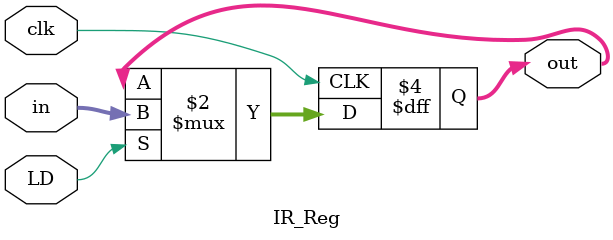
<source format=v>
module IR_Reg(
    input LD,clk
    ,input[7:0] in
    ,output reg [7:0] out
) ;
    always @(posedge clk ) begin

         if(LD)  out <=in;

    end


endmodule



</source>
